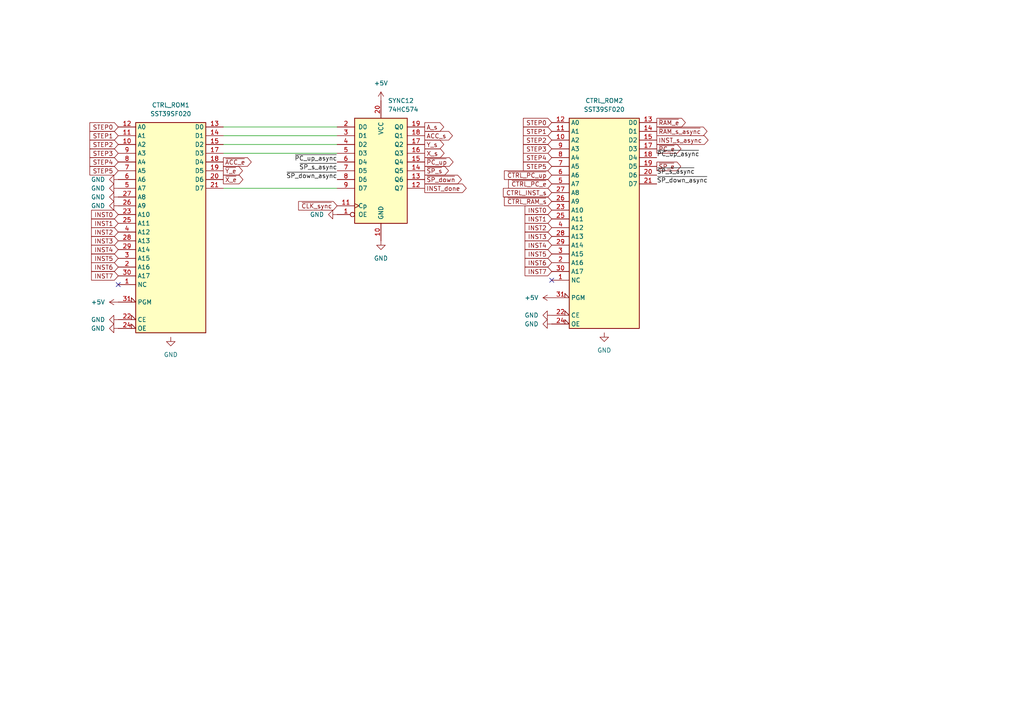
<source format=kicad_sch>
(kicad_sch (version 20211123) (generator eeschema)
  (paper "A4")
  (lib_symbols
    (symbol "74xx:74HCT574" (pin_names (offset 1.016))
      (property "Reference" "U" (at -7.62 16.51 0))
      (property "Value" "74HCT574" (at -7.62 -16.51 0))
      (symbol "74HCT574_1_0"
        (pin input inverted (at -12.7 -12.7 0) (length 5.08) (name "OE") (number "1"))
        (pin power_in line (at 0 -20.32 90) (length 5.08) (name "GND") (number "10"))
        (pin input clock (at -12.7 -10.16 0) (length 5.08) (name "Cp") (number "11"))
        (pin tri_state line (at 12.7 -5.08 180) (length 5.08) (name "Q7") (number "12"))
        (pin tri_state line (at 12.7 -2.54 180) (length 5.08) (name "Q6") (number "13"))
        (pin tri_state line (at 12.7 0 180) (length 5.08) (name "Q5") (number "14"))
        (pin tri_state line (at 12.7 2.54 180) (length 5.08) (name "Q4") (number "15"))
        (pin tri_state line (at 12.7 5.08 180) (length 5.08) (name "Q3") (number "16"))
        (pin tri_state line (at 12.7 7.62 180) (length 5.08) (name "Q2") (number "17"))
        (pin tri_state line (at 12.7 10.16 180) (length 5.08) (name "Q1") (number "18"))
        (pin tri_state line (at 12.7 12.7 180) (length 5.08) (name "Q0") (number "19"))
        (pin input line (at -12.7 12.7 0) (length 5.08) (name "D0") (number "2"))
        (pin power_in line (at 0 20.32 270) (length 5.08) (name "VCC") (number "20"))
        (pin input line (at -12.7 10.16 0) (length 5.08) (name "D1") (number "3"))
        (pin input line (at -12.7 7.62 0) (length 5.08) (name "D2") (number "4"))
        (pin input line (at -12.7 5.08 0) (length 5.08) (name "D3") (number "5"))
        (pin input line (at -12.7 2.54 0) (length 5.08) (name "D4") (number "6"))
        (pin input line (at -12.7 0 0) (length 5.08) (name "D5") (number "7"))
        (pin input line (at -12.7 -2.54 0) (length 5.08) (name "D6") (number "8"))
        (pin input line (at -12.7 -5.08 0) (length 5.08) (name "D7") (number "9"))
      )
      (symbol "74HCT574_1_1"
        (rectangle (start -7.62 15.24) (end 7.62 -15.24) (stroke (width 0.254)) (fill (type background)))
      )
    )
    (symbol "Memory_Flash:SST39SF020"
      (property "Reference" "U" (at 2.54 33.02 0))
      (property "Value" "SST39SF020" (at 0 -30.48 0))
      (symbol "SST39SF020_0_0"
        (pin power_in line (at 0 -30.48 90) (length 1.27) hide (name "GND") (number "16"))
        (pin power_in line (at 0 33.02 270) (length 1.27) hide (name "VCC") (number "32"))
      )
      (symbol "SST39SF020_0_1"
        (rectangle (start -10.16 31.75) (end 10.16 -29.21) (stroke (width 0.254)) (fill (type background)))
      )
      (symbol "SST39SF020_1_1"
        (pin input line (at -15.24 -15.24 0) (length 5.08) (name "NC") (number "1"))
        (pin input line (at -15.24 25.4 0) (length 5.08) (name "A2") (number "10"))
        (pin input line (at -15.24 27.94 0) (length 5.08) (name "A1") (number "11"))
        (pin input line (at -15.24 30.48 0) (length 5.08) (name "A0") (number "12"))
        (pin tri_state line (at 15.24 30.48 180) (length 5.08) (name "D0") (number "13"))
        (pin tri_state line (at 15.24 27.94 180) (length 5.08) (name "D1") (number "14"))
        (pin tri_state line (at 15.24 25.4 180) (length 5.08) (name "D2") (number "15"))
        (pin tri_state line (at 15.24 22.86 180) (length 5.08) (name "D3") (number "17"))
        (pin tri_state line (at 15.24 20.32 180) (length 5.08) (name "D4") (number "18"))
        (pin tri_state line (at 15.24 17.78 180) (length 5.08) (name "D5") (number "19"))
        (pin input line (at -15.24 -10.16 0) (length 5.08) (name "A16") (number "2"))
        (pin tri_state line (at 15.24 15.24 180) (length 5.08) (name "D6") (number "20"))
        (pin tri_state line (at 15.24 12.7 180) (length 5.08) (name "D7") (number "21"))
        (pin input input_low (at -15.24 -25.4 0) (length 5.08) (name "CE") (number "22"))
        (pin input line (at -15.24 5.08 0) (length 5.08) (name "A10") (number "23"))
        (pin input input_low (at -15.24 -27.94 0) (length 5.08) (name "OE") (number "24"))
        (pin input line (at -15.24 2.54 0) (length 5.08) (name "A11") (number "25"))
        (pin input line (at -15.24 7.62 0) (length 5.08) (name "A9") (number "26"))
        (pin input line (at -15.24 10.16 0) (length 5.08) (name "A8") (number "27"))
        (pin input line (at -15.24 -2.54 0) (length 5.08) (name "A13") (number "28"))
        (pin input line (at -15.24 -5.08 0) (length 5.08) (name "A14") (number "29"))
        (pin input line (at -15.24 -7.62 0) (length 5.08) (name "A15") (number "3"))
        (pin input line (at -15.24 -12.7 0) (length 5.08) (name "A17") (number "30"))
        (pin input input_low (at -15.24 -20.32 0) (length 5.08) (name "PGM") (number "31"))
        (pin input line (at -15.24 0 0) (length 5.08) (name "A12") (number "4"))
        (pin input line (at -15.24 12.7 0) (length 5.08) (name "A7") (number "5"))
        (pin input line (at -15.24 15.24 0) (length 5.08) (name "A6") (number "6"))
        (pin input line (at -15.24 17.78 0) (length 5.08) (name "A5") (number "7"))
        (pin input line (at -15.24 20.32 0) (length 5.08) (name "A4") (number "8"))
        (pin input line (at -15.24 22.86 0) (length 5.08) (name "A3") (number "9"))
      )
    )
    (symbol "power:+5V" (power) (pin_names (offset 0))
      (property "Value" "+5V" (at 0 3.556 0))
      (symbol "+5V_0_1"
        (polyline (pts (xy -0.762 1.27) (xy 0 2.54)))
        (polyline (pts (xy 0 0) (xy 0 2.54)))
        (polyline (pts (xy 0 2.54) (xy 0.762 1.27)))
      )
      (symbol "+5V_1_1"
        (pin power_in line (at 0 0 90) (length 0) hide (name "+5V") (number "1"))
      )
    )
    (symbol "power:GND" (power) (pin_names (offset 0))
      (property "Value" "GND" (at 0 -3.81 0))
      (symbol "GND_0_1"
        (polyline (pts (xy 0 0) (xy 0 -1.27) (xy 1.27 -1.27) (xy 0 -2.54) (xy -1.27 -1.27) (xy 0 -1.27)))
      )
      (symbol "GND_1_1"
        (pin power_in line (at 0 0 270) (length 0) hide (name "GND") (number "1"))
      )
    )
  )
  (no_connect (at 160.02 81.28))
  (no_connect (at 34.29 82.55))
  (wire (pts (xy 64.77 44.45) (xy 97.79 44.45)))
  (wire (pts (xy 64.77 54.61) (xy 97.79 54.61)))
  (wire (pts (xy 64.77 36.83) (xy 97.79 36.83)))
  (wire (pts (xy 64.77 39.37) (xy 97.79 39.37)))
  (wire (pts (xy 64.77 41.91) (xy 97.79 41.91)))
  (label "~{PC_up_async}" (at 190.5 45.72 0))
  (label "~{SP_s_async}" (at 190.5 50.8 0))
  (label "~{PC_up_async}" (at 97.79 46.99 180))
  (label "~{SP_down_async}" (at 190.5 53.34 0))
  (label "~{SP_down_async}" (at 97.79 52.07 180))
  (label "~{SP_s_async}" (at 97.79 49.53 180))
  (global_label "~{CTRL_PC_e}" (shape input) (at 160.02 53.34 180) (property "Intersheet References" "${INTERSHEET_REFS}" (effects hide)))
  (global_label "INST4" (shape input) (at 160.02 71.12 180) (property "Intersheet References" "${INTERSHEET_REFS}" (effects hide)))
  (global_label "~{SP_down}" (shape output) (at 123.19 52.07 0) (property "Intersheet References" "${INTERSHEET_REFS}" (effects hide)))
  (global_label "STEP1" (shape input) (at 34.29 39.37 180) (property "Intersheet References" "${INTERSHEET_REFS}" (effects hide)))
  (global_label "STEP2" (shape input) (at 34.29 41.91 180) (property "Intersheet References" "${INTERSHEET_REFS}" (effects hide)))
  (global_label "INST2" (shape input) (at 160.02 66.04 180) (property "Intersheet References" "${INTERSHEET_REFS}" (effects hide)))
  (global_label "STEP5" (shape input) (at 34.29 49.53 180) (property "Intersheet References" "${INTERSHEET_REFS}" (effects hide)))
  (global_label "STEP3" (shape input) (at 160.02 43.18 180) (property "Intersheet References" "${INTERSHEET_REFS}" (effects hide)))
  (global_label "A_s" (shape output) (at 123.19 36.83 0) (property "Intersheet References" "${INTERSHEET_REFS}" (effects hide)))
  (global_label "STEP0" (shape input) (at 160.02 35.56 180) (property "Intersheet References" "${INTERSHEET_REFS}" (effects hide)))
  (global_label "STEP4" (shape input) (at 34.29 46.99 180) (property "Intersheet References" "${INTERSHEET_REFS}" (effects hide)))
  (global_label "INST5" (shape input) (at 34.29 74.93 180) (property "Intersheet References" "${INTERSHEET_REFS}" (effects hide)))
  (global_label "ACC_s" (shape output) (at 123.19 39.37 0) (property "Intersheet References" "${INTERSHEET_REFS}" (effects hide)))
  (global_label "~{PC_e}" (shape output) (at 190.5 43.18 0) (property "Intersheet References" "${INTERSHEET_REFS}" (effects hide)))
  (global_label "~{RAM_s_async}" (shape output) (at 190.5 38.1 0) (property "Intersheet References" "${INTERSHEET_REFS}" (effects hide)))
  (global_label "STEP2" (shape input) (at 160.02 40.64 180) (property "Intersheet References" "${INTERSHEET_REFS}" (effects hide)))
  (global_label "~{PC_up}" (shape output) (at 123.19 46.99 0) (property "Intersheet References" "${INTERSHEET_REFS}" (effects hide)))
  (global_label "STEP4" (shape input) (at 160.02 45.72 180) (property "Intersheet References" "${INTERSHEET_REFS}" (effects hide)))
  (global_label "INST_s_async" (shape output) (at 190.5 40.64 0) (property "Intersheet References" "${INTERSHEET_REFS}" (effects hide)))
  (global_label "INST1" (shape input) (at 34.29 64.77 180) (property "Intersheet References" "${INTERSHEET_REFS}" (effects hide)))
  (global_label "~{CTRL_RAM_s}" (shape input) (at 160.02 58.42 180) (property "Intersheet References" "${INTERSHEET_REFS}" (effects hide)))
  (global_label "INST1" (shape input) (at 160.02 63.5 180) (property "Intersheet References" "${INTERSHEET_REFS}" (effects hide)))
  (global_label "INST0" (shape input) (at 160.02 60.96 180) (property "Intersheet References" "${INTERSHEET_REFS}" (effects hide)))
  (global_label "INST2" (shape input) (at 34.29 67.31 180) (property "Intersheet References" "${INTERSHEET_REFS}" (effects hide)))
  (global_label "~{CLK_sync}" (shape input) (at 97.79 59.69 180) (property "Intersheet References" "${INTERSHEET_REFS}" (effects hide)))
  (global_label "INST0" (shape input) (at 34.29 62.23 180) (property "Intersheet References" "${INTERSHEET_REFS}" (effects hide)))
  (global_label "INST5" (shape input) (at 160.02 73.66 180) (property "Intersheet References" "${INTERSHEET_REFS}" (effects hide)))
  (global_label "STEP3" (shape input) (at 34.29 44.45 180) (property "Intersheet References" "${INTERSHEET_REFS}" (effects hide)))
  (global_label "CTRL_INST_s" (shape input) (at 160.02 55.88 180) (property "Intersheet References" "${INTERSHEET_REFS}" (effects hide)))
  (global_label "INST3" (shape input) (at 160.02 68.58 180) (property "Intersheet References" "${INTERSHEET_REFS}" (effects hide)))
  (global_label "Y_s" (shape output) (at 123.19 41.91 0) (property "Intersheet References" "${INTERSHEET_REFS}" (effects hide)))
  (global_label "~{X_e}" (shape output) (at 64.77 52.07 0) (property "Intersheet References" "${INTERSHEET_REFS}" (effects hide)))
  (global_label "STEP1" (shape input) (at 160.02 38.1 180) (property "Intersheet References" "${INTERSHEET_REFS}" (effects hide)))
  (global_label "INST7" (shape input) (at 34.29 80.01 180) (property "Intersheet References" "${INTERSHEET_REFS}" (effects hide)))
  (global_label "INST4" (shape input) (at 34.29 72.39 180) (property "Intersheet References" "${INTERSHEET_REFS}" (effects hide)))
  (global_label "INST_done" (shape output) (at 123.19 54.61 0) (property "Intersheet References" "${INTERSHEET_REFS}" (effects hide)))
  (global_label "INST6" (shape input) (at 160.02 76.2 180) (property "Intersheet References" "${INTERSHEET_REFS}" (effects hide)))
  (global_label "~{RAM_e}" (shape output) (at 190.5 35.56 0) (property "Intersheet References" "${INTERSHEET_REFS}" (effects hide)))
  (global_label "X_s" (shape output) (at 123.19 44.45 0) (property "Intersheet References" "${INTERSHEET_REFS}" (effects hide)))
  (global_label "STEP5" (shape input) (at 160.02 48.26 180) (property "Intersheet References" "${INTERSHEET_REFS}" (effects hide)))
  (global_label "~{Y_e}" (shape output) (at 64.77 49.53 0) (property "Intersheet References" "${INTERSHEET_REFS}" (effects hide)))
  (global_label "INST6" (shape input) (at 34.29 77.47 180) (property "Intersheet References" "${INTERSHEET_REFS}" (effects hide)))
  (global_label "~{SP_s}" (shape output) (at 123.19 49.53 0) (property "Intersheet References" "${INTERSHEET_REFS}" (effects hide)))
  (global_label "INST7" (shape input) (at 160.02 78.74 180) (property "Intersheet References" "${INTERSHEET_REFS}" (effects hide)))
  (global_label "~{SP_e}" (shape output) (at 190.5 48.26 0) (property "Intersheet References" "${INTERSHEET_REFS}" (effects hide)))
  (global_label "~{CTRL_PC_up}" (shape input) (at 160.02 50.8 180) (property "Intersheet References" "${INTERSHEET_REFS}" (effects hide)))
  (global_label "~{ACC_e}" (shape output) (at 64.77 46.99 0) (property "Intersheet References" "${INTERSHEET_REFS}" (effects hide)))
  (global_label "STEP0" (shape input) (at 34.29 36.83 180) (property "Intersheet References" "${INTERSHEET_REFS}" (effects hide)))
  (global_label "INST3" (shape input) (at 34.29 69.85 180) (property "Intersheet References" "${INTERSHEET_REFS}" (effects hide)))
  (symbol (lib_id "Memory_Flash:SST39SF020") (at 49.53 67.31 0) (unit 1)
    (property "Reference" "CTRL_ROM1" (at 49.53 30.48 0))
    (property "Value" "SST39SF020" (at 49.53 33.02 0))
    (property "Datasheet" "http://ww1.microchip.com/downloads/en/DeviceDoc/25022B.pdf" (effects hide))
  )
  (symbol (lib_id "power:+5V") (at 110.49 29.21 0) (unit 1)
    (property "Reference" "#PWR0237" (effects hide))
    (property "Value" "+5V" (at 110.49 24.13 0))
  )
  (symbol (lib_id "power:GND") (at 34.29 95.25 270) (unit 1)
    (property "Reference" "#PWR0239" (effects hide))
    (property "Value" "GND" (at 30.48 95.2499 90) (effects (justify right)))
  )
  (symbol (lib_id "power:+5V") (at 34.29 87.63 90) (unit 1)
    (property "Reference" "#PWR0240" (effects hide))
    (property "Value" "+5V" (at 30.48 87.6299 90) (effects (justify left)))
  )
  (symbol (lib_id "power:GND") (at 97.79 62.23 270) (unit 1)
    (property "Reference" "#PWR0236" (effects hide))
    (property "Value" "GND" (at 93.98 62.2299 90) (effects (justify right)))
  )
  (symbol (lib_id "Memory_Flash:SST39SF020") (at 175.26 66.04 0) (unit 1)
    (property "Reference" "CTRL_ROM2" (at 175.26 29.21 0))
    (property "Value" "SST39SF020" (at 175.26 31.75 0))
    (property "Datasheet" "http://ww1.microchip.com/downloads/en/DeviceDoc/25022B.pdf" (effects hide))
  )
  (symbol (lib_id "power:GND") (at 160.02 93.98 270) (unit 1)
    (property "Reference" "#PWR0277" (effects hide))
    (property "Value" "GND" (at 156.21 93.9799 90) (effects (justify right)))
  )
  (symbol (lib_id "power:GND") (at 34.29 57.15 270) (unit 1)
    (property "Reference" "#PWR0270" (effects hide))
    (property "Value" "GND" (at 30.48 57.1499 90) (effects (justify right)))
  )
  (symbol (lib_id "74xx:74HCT574") (at 110.49 49.53 0) (unit 1)
    (property "Reference" "SYNC12" (at 112.5094 29.21 0) (effects (justify left)))
    (property "Value" "74HC574" (at 112.5094 31.75 0) (effects (justify left)))
    (property "Datasheet" "http://www.ti.com/lit/gpn/sn74HCT574" (effects hide))
  )
  (symbol (lib_id "power:GND") (at 110.49 69.85 0) (unit 1)
    (property "Reference" "#PWR0238" (effects hide))
    (property "Value" "GND" (at 110.49 74.93 0))
  )
  (symbol (lib_id "power:+5V") (at 160.02 86.36 90) (unit 1)
    (property "Reference" "#PWR0274" (effects hide))
    (property "Value" "+5V" (at 156.21 86.3599 90) (effects (justify left)))
  )
  (symbol (lib_id "power:GND") (at 34.29 92.71 270) (unit 1)
    (property "Reference" "#PWR0241" (effects hide))
    (property "Value" "GND" (at 30.48 92.7099 90) (effects (justify right)))
  )
  (symbol (lib_id "power:GND") (at 34.29 52.07 270) (unit 1)
    (property "Reference" "#PWR0271" (effects hide))
    (property "Value" "GND" (at 30.48 52.0699 90) (effects (justify right)))
  )
  (symbol (lib_id "power:GND") (at 175.26 96.52 0) (unit 1)
    (property "Reference" "#PWR0276" (effects hide))
    (property "Value" "GND" (at 175.26 101.6 0))
  )
  (symbol (lib_id "power:GND") (at 34.29 54.61 270) (unit 1)
    (property "Reference" "#PWR0269" (effects hide))
    (property "Value" "GND" (at 30.48 54.6099 90) (effects (justify right)))
  )
  (symbol (lib_id "power:GND") (at 34.29 59.69 270) (unit 1)
    (property "Reference" "#PWR0272" (effects hide))
    (property "Value" "GND" (at 30.48 59.6899 90) (effects (justify right)))
  )
  (symbol (lib_id "power:GND") (at 160.02 91.44 270) (unit 1)
    (property "Reference" "#PWR0275" (effects hide))
    (property "Value" "GND" (at 156.21 91.4399 90) (effects (justify right)))
  )
  (symbol (lib_id "power:GND") (at 49.53 97.79 0) (unit 1)
    (property "Reference" "#PWR0242" (effects hide))
    (property "Value" "GND" (at 49.53 102.87 0))
  )
)
</source>
